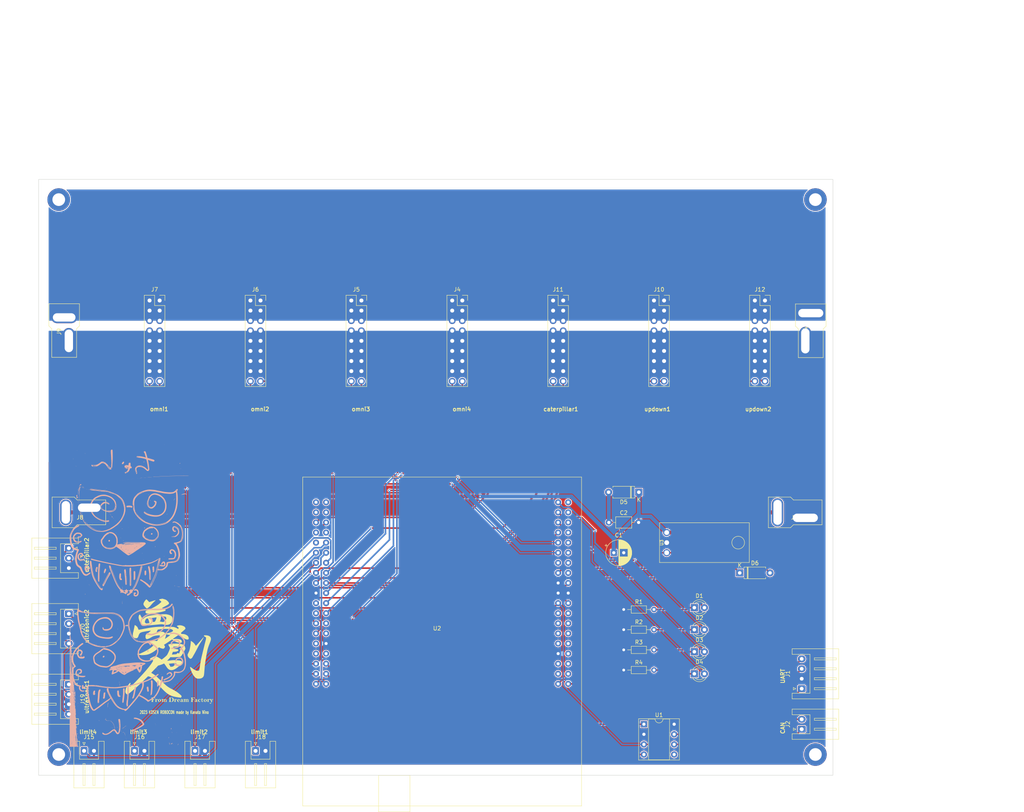
<source format=kicad_pcb>
(kicad_pcb (version 20221018) (generator pcbnew)
  (layers (0 "F.Cu" signal) (31 "B.Cu" signal) (34 "B.Paste" user) (35 "F.Paste" user) (36 "B.SilkS" user "B.Silkscreen") (37 "F.SilkS" user "F.Silkscreen") (38 "B.Mask" user) (39 "F.Mask" user) (44 "Edge.Cuts" user))
  (net 0 "")
  (net 1 "GND")
  (net 2 "Net-(D2-K)")
  (net 3 "Net-(D1-K)")
  (net 4 "Net-(D3-K)")
  (net 5 "Net-(D4-K)")
  (net 6 "+BATT")
  (net 7 "5vin")
  (net 8 "CAN_TD")
  (net 10 "CAN_L")
  (net 11 "5vOut")
  (net 12 "CAN_H")
  (net 13 "CAN_RD")
  (net 14 "serial_TX")
  (net 15 "serial_RX")
  (net 28 "3vOut")
  (net 29 "Caterpillar2_D")
  (net 30 "Caterpillar2_P")
  (net 35 "Omni2_D")
  (net 37 "Omni3_D")
  (net 39 "LED1")
  (net 41 "LED2")
  (net 43 "LED3")
  (net 45 "LED4")
  (net 46 "Omni2_P")
  (net 47 "Omni3_P")
  (net 48 "Omni1_P")
  (net 49 "Omni1_D")
  (net 54 "Sonic2_trigger")
  (net 56 "Sonic2_echo")
  (net 57 "Omni4_D")
  (net 59 "Caterpillar1_P")
  (net 61 "Omni4_P")
  (net 62 "Updown2_P")
  (net 63 "Updown2_D")
  (net 64 "Updown1_P")
  (net 65 "Updown1_D")
  (net 66 "Sonic1_trigger")
  (net 67 "Limit1")
  (net 68 "Limit4")
  (net 69 "Limit2")
  (net 70 "Limit3")
  (net 74 "Sonic1_echo")
  (net 75 "Caterpillar1_D")
  (net 80 "4cell")
  (net 81 "Net-(D6-A1)")
  (footprint "Capacitor_THT:C_Axial_L3.8mm_D2.6mm_P7.50mm_Horizontal" (layer "F.Cu") (at 161.35 101.6)
    (fp_text reference "C2")
    (fp_text value "C")
  )
  (footprint "Package_DIP:DIP-8_W7.62mm_Socket" (layer "F.Cu") (at 170.18 152.4)
    (fp_text reference "U1")
    (fp_text value "MCP2561-E-MF")
  )
  (footprint "LED_THT:LED_D3.0mm" (layer "F.Cu") (at 182.88 139.7)
    (fp_text reference "D4")
    (fp_text value "LED")
  )
  (footprint "MountingHole:MountingHole_3.2mm_M3_ISO7380_Pad" (layer "F.Cu") (at 22.86 20.32)
    (fp_text reference "REF**" hide)
    (fp_text value "MountingHole_3.2mm_M3_ISO7380_Pad")
  )
  (footprint "Connector_JST:JST_XH_S4B-XH-A_1x04_P2.50mm_Horizontal" (layer "F.Cu") (at 25.4 142.36 -90)
    (fp_text reference "J19")
    (fp_text value "Conn_01x04_Male")
  )
  (footprint "Connector_JST:JST_XH_S2B-XH-A_1x02_P2.50mm_Horizontal" (layer "F.Cu") (at 209.91 153.65 90)
    (fp_text reference "J2")
    (fp_text value "Conn_01x02_Male")
  )
  (footprint "Regulator:NJM7805FA" (layer "F.Cu") (at 175.92 104.14 90)
    (fp_text reference "U3")
    (fp_text value "L7805")
  )
  (footprint "Connector_PinSocket_2.54mm:PinSocket_2x09_P2.54mm_Vertical" (layer "F.Cu") (at 200.66 45.72)
    (fp_text reference "J12")
    (fp_text value "Conn_02x09_Odd_Even")
  )
  (footprint "Resistor_THT:R_Axial_DIN0204_L3.6mm_D1.6mm_P7.62mm_Horizontal" (layer "F.Cu") (at 165.1 128.6)
    (fp_text reference "R2")
    (fp_text value "R")
  )
  (footprint "Connector_PinSocket_2.54mm:PinSocket_2x09_P2.54mm_Vertical" (layer "F.Cu") (at 48.26 45.72)
    (fp_text reference "J7")
    (fp_text value "Conn_02x09_Odd_Even")
  )
  (footprint "Connector_PinSocket_2.54mm:PinSocket_2x09_P2.54mm_Vertical" (layer "F.Cu") (at 73.66 45.72)
    (fp_text reference "J6")
    (fp_text value "Conn_02x09_Odd_Even")
  )
  (footprint "Connector_JST:JST_XH_S4B-XH-A_1x04_P2.50mm_Horizontal" (layer "F.Cu") (at 25.4 124.58 -90)
    (fp_text reference "J20")
    (fp_text value "Conn_01x04_Male")
  )
  (footprint "MountingHole:MountingHole_3.2mm_M3_ISO7380_Pad" (layer "F.Cu") (at 213.36 20.32)
    (fp_text reference "REF**" hide)
    (fp_text value "MountingHole_3.2mm_M3_ISO7380_Pad")
  )
  (footprint "Resistor_THT:R_Axial_DIN0204_L3.6mm_D1.6mm_P7.62mm_Horizontal" (layer "F.Cu") (at 165.1 123.52)
    (fp_text reference "R1")
    (fp_text value "R")
  )
  (footprint "Connector_JST:JST_XH_S3B-XH-A_1x03_P2.50mm_Horizontal" (layer "F.Cu") (at 25.4 108.09 -90)
    (fp_text reference "J3")
    (fp_text value "Conn_01x03_Male")
  )
  (footprint "Resistor_THT:R_Axial_DIN0204_L3.6mm_D1.6mm_P7.62mm_Horizontal" (layer "F.Cu") (at 165.1 138.76)
    (fp_text reference "R4")
    (fp_text value "R")
  )
  (footprint "Connector_JST:JST_XH_S4B-XH-A_1x04_P2.50mm_Horizontal" (layer "F.Cu") (at 209.91 143.45 90)
    (fp_text reference "J1")
    (fp_text value "Conn_01x04_Pin")
  )
  (footprint "LED_THT:LED_D3.0mm" (layer "F.Cu") (at 182.88 123.05)
    (fp_text reference "D1")
    (fp_text value "LED")
  )
  (footprint "Connector_T:Connector_T_Male" (layer "F.Cu") (at 23.14 99.06)
    (fp_text reference "J8")
    (fp_text value "Conn_01x02_Male")
  )
  (footprint "Diode_THT:D_A-405_P7.62mm_Horizontal" (layer "F.Cu") (at 194.31 114.3)
    (fp_text reference "D6")
    (fp_text value "1.5KExxA")
  )
  (footprint "Resistor_THT:R_Axial_DIN0204_L3.6mm_D1.6mm_P7.62mm_Horizontal" (layer "F.Cu") (at 165.1 133.68)
    (fp_text reference "R3")
    (fp_text value "R")
  )
  (footprint "Connector_JST:JST_XH_S2B-XH-A_1x02_P2.50mm_Horizontal" (layer "F.Cu") (at 57.17 159.11)
    (fp_text reference "J17")
    (fp_text value "Connector_Conn_01x02_Male")
  )
  (footprint "MountingHole:MountingHole_3.2mm_M3_ISO7380_Pad" (layer "F.Cu") (at 22.86 160.02)
    (fp_text reference "REF**" hide)
    (fp_text value "MountingHole_3.2mm_M3_ISO7380_Pad")
  )
  (footprint "Connector_T:Connector_T_Female" (layer "F.Cu") (at 212.195 48.54 -90)
    (fp_text reference "J14")
    (fp_text value "Conn_01x02_Female")
  )
  (footprint "Connector_PinSocket_2.54mm:PinSocket_2x09_P2.54mm_Vertical" (layer "F.Cu") (at 99.06 45.72)
    (fp_text reference "J5")
    (fp_text value "Conn_02x09_Odd_Even")
  )
  (footprint "Connector_JST:JST_XH_S2B-XH-A_1x02_P2.50mm_Horizontal" (layer "F.Cu") (at 41.93 159.11)
    (fp_text reference "J16")
    (fp_text value "Connector_Conn_01x02_Male")
  )
  (footprint "Musojin_logo:musojin_logo50x28" (layer "F.Cu") (at 48.26 134.62)
    (fp_text reference "G***" hide)
    (fp_text value "LOGO" hide)
  )
  (footprint "LED_THT:LED_D3.0mm" (layer "F.Cu") (at 182.88 134.15)
    (fp_text reference "D3")
    (fp_text value "LED")
  )
  (footprint "LED_THT:LED_D3.0mm" (layer "F.Cu") (at 182.88 128.6)
    (fp_text reference "D2")
    (fp_text value "LED")
  )
  (footprint "Connector_JST:JST_XH_S2B-XH-A_1x02_P2.50mm_Horizontal" (layer "F.Cu") (at 29.23 159.11)
    (fp_text reference "J15")
    (fp_text value "Connector_Conn_01x02_Male")
  )
  (footprint "Connector_PinSocket_2.54mm:PinSocket_2x09_P2.54mm_Vertical" (layer "F.Cu") (at 175.26 45.72)
    (fp_text reference "J10")
    (fp_text value "Conn_02x09_Odd_Even")
  )
  (footprint "Connector_PinSocket_2.54mm:PinSocket_2x09_P2.54mm_Vertical" (layer "F.Cu") (at 124.46 45.72)
    (fp_text reference "J4")
    (fp_text value "Conn_02x09_Odd_Even")
  )
  (footprint "Capacitor_THT:CP_Radial_D6.3mm_P2.50mm" (layer "F.Cu") (at 162.6 109.22)
    (fp_text reference "C1")
    (fp_text value "CP1")
  )
  (footprint "Connector_T:Connector_T_Male" (layer "F.Cu") (at 24.225 48.48 -90)
    (fp_text reference "J9")
    (fp_text value "Conn_01x02_Male")
  )
  (footprint "NUCLEO_f446:Nucleof446re" (layer "F.Cu") (at 151.13 96.52 180)
    (fp_text reference "U2")
    (fp_text value "Nucleo_f446RE")
  )
  (footprint "Diode_THT:D_A-405_P7.62mm_Horizontal" (layer "F.Cu") (at 168.91 93.98 180)
    (fp_text reference "D5")
    (fp_text value "1.5KExxA")
  )
  (footprint "Connector_PinSocket_2.54mm:PinSocket_2x09_P2.54mm_Vertical" (layer "F.Cu") (at 149.86 45.72)
    (fp_text reference "J11")
    (fp_text value "Conn_02x09_Odd_Even")
  )
  (footprint "MountingHole:MountingHole_3.2mm_M3_ISO7380_Pad" (layer "F.Cu") (at 213.36 160.02)
    (fp_text reference "REF**" hide)
    (fp_text value "MountingHole_3.2mm_M3_ISO7380_Pad")
  )
  (footprint "Connector_T:Connector_T_Female" (layer "F.Cu") (at 203.48 99.06)
    (fp_text reference "J13")
    (fp_text value "Conn_01x02_Female")
  )
  (footprint "Connector_JST:JST_XH_S2B-XH-A_1x02_P2.50mm_Horizontal" (layer "F.Cu") (at 72.41 159.11)
    (fp_text reference "J18")
    (fp_text value "Connector_Conn_01x02_Male")
  )
  (footprint "Musojin_logo:sisa_30x77" (layer "B.Cu") (at 40.64 119.38 180)
    (fp_text reference "G***")
    (fp_text value "LOGO" hide)
  )
  (gr_rect (start 17.78 15.24) (end 217.78 165.24) (stroke (width 0.1)) (fill none) (layer "Edge.Cuts"))
  (gr_text "omni3" (at 96.52 73.66) (layer "F.SilkS") (effects (font (size 1 1) (thickness 0.2) bold) (justify left bottom)))
  (gr_text "updown1" (at 170.18 73.66) (layer "F.SilkS") (effects (font (size 1 1) (thickness 0.2) bold) (justify left bottom)))
  (gr_text "UART" (at 205.74 142.24 90) (layer "F.SilkS") (effects (font (size 1 1) (thickness 0.2) bold) (justify left bottom)))
  (gr_text "caterpillar1" (at 144.78 73.66) (layer "F.SilkS") (effects (font (size 1 1) (thickness 0.2) bold) (justify left bottom)))
  (gr_text "CAN" (at 205.74 154.94 90) (layer "F.SilkS") (effects (font (size 1 1) (thickness 0.2) bold) (justify left bottom)))
  (gr_text "limit3" (at 40.64 154.94) (layer "F.SilkS") (effects (font (size 1 1) (thickness 0.2) bold) (justify left bottom)))
  (gr_text "omni4" (at 121.92 73.66) (layer "F.SilkS") (effects (font (size 1 1) (thickness 0.2) bold) (justify left bottom)))
  (gr_text "updown2" (at 195.58 73.66) (layer "F.SilkS") (effects (font (size 1 1) (thickness 0.2) bold) (justify left bottom)))
  (gr_text "ultrasonic2" (at 30.48 132.08 90) (layer "F.SilkS") (effects (font (size 1 1) (thickness 0.2) bold) (justify left bottom)))
  (gr_text "omni2" (at 71.12 73.66) (layer "F.SilkS") (effects (font (size 1 1) (thickness 0.2) bold) (justify left bottom)))
  (gr_text "omni1" (at 45.72 73.66) (layer "F.SilkS") (effects (font (size 1 1) (thickness 0.2) bold) (justify left bottom)))
  (gr_text "2023 KOSEN ROBOCON made by Kanato Nino" (at 43.18 149.86) (layer "F.SilkS") (effects (font (size 0.8 0.5) (thickness 0.125)) (justify left bottom)))
  (gr_text "caterpillar2" (at 30.48 114.3 90) (layer "F.SilkS") (effects (font (size 1 1) (thickness 0.2) bold) (justify left bottom)))
  (gr_text "limit4" (at 27.94 154.94) (layer "F.SilkS") (effects (font (size 1 1) (thickness 0.2) bold) (justify left bottom)))
  (gr_text "ultrasonic1" (at 30.48 149.86 90) (layer "F.SilkS") (effects (font (size 1 1) (thickness 0.2) bold) (justify left bottom)))
  (gr_text "limit1" (at 71.12 154.94) (layer "F.SilkS") (effects (font (size 1 1) (thickness 0.2) bold) (justify left bottom)))
  (gr_text "limit2" (at 55.88 154.94) (layer "F.SilkS") (effects (font (size 1 1) (thickness 0.2) bold) (justify left bottom)))
  (segment (start 165.1 138.76) (end 165.1 133.68) (width 1) (layer "F.Cu") (net 1))
  (segment (start 174.2203 152.4) (end 177.8 152.4) (width 1) (layer "F.Cu") (net 1))
  (segment (start 44.3838 160.8565) (end 44.43 160.8103) (width 1) (layer "F.Cu") (net 1))
  (segment (start 74.91 159.11) (end 74.91 160.8103) (width 1) (layer "F.Cu") (net 1))
  (segment (start 59.67 159.11) (end 61.2203 159.11) (width 1) (layer "F.Cu") (net 1))
  (segment (start 59.67 159.11) (end 59.67 160.8103) (width 1) (layer "F.Cu") (net 1))
  (segment (start 44.5135 160.8938) (end 59.5865 160.8938) (width 1) (layer "F.Cu") (net 1))
  (segment (start 209.91 140.95) (end 209.6156 140.95) (width 1) (layer "F.Cu") (net 1))
  (segment (start 44.43 160.8103) (end 44.5135 160.8938) (width 1) (layer "F.Cu") (net 1))
  (segment (start 63.0151 160.9048) (end 61.2203 159.11) (width 1) (layer "F.Cu") (net 1))
  (segment (start 74.8155 160.9048) (end 63.0151 160.9048) (width 1) (layer "F.Cu") (net 1))
  (segment (start 44.43 159.11) (end 44.43 160.5106) (width 1) (layer "F.Cu") (net 1))
  (segment (start 198.1656 152.4) (end 177.8 152.4) (width 1) (layer "F.Cu") (net 1))
  (segment (start 74.91 160.8103) (end 74.8155 160.9048) (width 1) (layer "F.Cu") (net 1))
  (segment (start 31.73 159.11) (end 33.2803 159.11) (width 1) (layer "F.Cu") (net 1))
  (segment (start 170.18 154.94) (end 171.6803 154.94) (width 1) (layer "F.Cu") (net 1))
  (segment (start 209.6156 140.95) (end 198.1656 152.4) (width 1) (layer "F.Cu") (net 1))
  (segment (start 44.43 160.5106) (end 44.43 160.8103) (width 1) (layer "F.Cu") (net 1))
  (segment (start 171.6803 154.94) (end 174.2203 152.4) (width 1) (layer "F.Cu") (net 1))
  (segment (start 35.0268 160.8565) (end 44.3838 160.8565) (width 1) (layer "F.Cu") (net 1))
  (segment (start 59.5865 160.8938) (end 59.67 160.8103) (width 1) (layer "F.Cu") (net 1))
  (segment (start 33.2803 159.11) (end 35.0268 160.8565) (width 1) (layer "F.Cu") (net 1))
  (segment (start 210.83 102.5853) (end 206.7353 106.68) (width 1) (layer "B.Cu") (net 1))
  (segment (start 211.6054 103.3607) (end 211.6054 139.2546) (width 1) (layer "B.Cu") (net 1))
  (segment (start 147.1002 133.444) (end 91.8372 133.444) (width 1) (layer "B.Cu") (net 1))
  (segment (start 27.0764 127.9036) (end 27.0764 116.3167) (width 1) (layer "B.Cu") (net 1))
  (segment (start 147.414 133.444) (end 147.1002 133.444) (width 1) (layer "B.Cu") (net 1))
  (segment (start 151.13 119.38) (end 160.96 119.38) (width 1) (layer "B.Cu") (net 1))
  (segment (start 31.73 153.69) (end 25.4 147.36) (width 1) (layer "B.Cu") (net 1))
  (segment (start 30.54 97.885) (end 30.54 107.95) (width 1) (layer "B.Cu") (net 1))
  (segment (start 148.59 134.62) (end 147.414 133.444) (width 1) (layer "B.Cu") (net 1))
  (segment (start 74.91 154.9618) (end 74.91 159.11) (width 1) (layer "B.Cu") (net 1))
  (segment (start 91.6856 142.8441) (end 90.7973 143.7324) (width 1) (layer "B.Cu") (net 1))
  (segment (start 211.6054 139.2546) (end 209.91 140.95) (width 1) (layer "B.Cu") (net 1))
  (segment (start 170.18 154.94) (end 168.6797 154.94) (width 1) (layer "B.Cu") (net 1))
  (segment (start 175.92 106.68) (end 170.06 106.68) (width 1) (layer "B.Cu") (net 1))
  (segment (start 210.83 100.435) (end 210.83 102.5853) (width 1) (layer "B.Cu") (net 1))
  (segment (start 90.7973 143.7324) (end 86.1394 143.7324) (width 1) (layer "B.Cu") (net 1))
  (segment (start 90.17 132.08) (end 91.6856 133.5956) (width 1) (layer "B.Cu") (net 1))
  (segment (start 148.59 116.84) (end 148.59 119.38) (width 1) (layer "B.Cu") (net 1))
  (segment (start 86.1394 120.8706) (end 86.1394 143.7324) (width 1) (layer "B.Cu") (net 1))
  (segment (start 165.1 128.6) (end 165.1 133.68) (width 1) (layer "B.Cu") (net 1))
  (segment (start 25.4 129.58) (end 27.0941 131.2741) (width 1) (layer "B.Cu") (net 1))
  (segment (start 206.7353 106.68) (end 175.92 106.68) (width 1) (layer "B.Cu") (net 1))
  (segment (start 170.06 106.68) (end 168.85 105.47) (width 1) (layer "B.Cu") (net 1))
  (segment (start 168.85 105.47) (end 168.85 101.6) (width 1) (layer "B.Cu") (net 1))
  (segment (start 87.63 119.38) (end 86.1394 120.8706) (width 1) (layer "B.Cu") (net 1))
  (segment (start 25.4 129.58) (end 27.0764 127.9036) (width 1) (layer "B.Cu") (net 1))
  (segment (start 165.1 123.52) (end 165.1 128.6) (width 1) (layer "B.Cu") (net 1))
  (segment (start 30.54 107.95) (end 25.4 113.09) (width 1) (layer "B.Cu") (net 1))
  (segment (start 25.4 113.09) (end 25.4 114.6403) (width 1) (layer "B.Cu") (net 1))
  (segment (start 27.0764 116.3167) (end 25.4 114.6403) (width 1) (layer "B.Cu") (net 1))
  (segment (start 27.0941 131.2741) (end 27.0941 145.6659) (width 1) (layer "B.Cu") (net 1))
  (segment (start 31.73 159.11) (end 31.73 154.94) (width 1) (layer "B.Cu") (net 1))
  (segment (start 91.6856 133.5956) (end 91.6856 142.8441) (width 1) (layer "B.Cu") (net 1))
  (segment (start 148.59 119.38) (end 151.13 119.38) (width 1) (layer "B.Cu") (net 1))
  (segment (start 86.1394 143.7324) (end 74.91 154.9618) (width 1) (layer "B.Cu") (net 1))
  (segment (start 210.83 102.5853) (end 211.6054 103.3607) (width 1) (layer "B.Cu") (net 1))
  (segment (start 91.8372 133.444) (end 91.6856 133.5956) (width 1) (layer "B.Cu") (net 1))
  (segment (start 147.1002 120.8698) (end 148.59 119.38) (width 1) (layer "B.Cu") (net 1))
  (segment (start 165.1 138.76) (end 165.1 151.3603) (width 1) (layer "B.Cu") (net 1))
  (segment (start 27.0941 145.6659) (end 25.4 147.36) (width 1) (layer "B.Cu") (net 1))
  (segment (start 160.96 119.38) (end 165.1 123.52) (width 1) (layer "B.Cu") (net 1))
  (segment (start 165.1 151.3603) (end 168.6797 154.94) (width 1) (layer "B.Cu") (net 1))
  (segment (start 147.1002 133.444) (end 147.1002 120.8698) (width 1) (layer "B.Cu") (net 1))
  (segment (start 165.1 109.22) (end 168.85 105.47) (width 1) (layer "B.Cu") (net 1))
  (segment (start 31.73 154.94) (end 31.73 153.69) (width 1) (layer "B.Cu") (net 1))
  (segment (start 172.72 128.6) (end 182.88 128.6) (width 0.4) (layer "F.Cu") (net 2))
  (segment (start 182.88 123.05) (end 181.5797 123.05) (width 0.4) (layer "F.Cu") (net 3))
  (segment (start 172.72 123.52) (end 181.1097 123.52) (width 0.4) (layer "F.Cu") (net 3))
  (segment (start 181.1097 123.52) (end 181.5797 123.05) (width 0.4) (layer "F.Cu") (net 3))
  (segment (start 182.88 134.15) (end 181.5797 134.15) (width 0.4) (layer "F.Cu") (net 4))
  (segment (start 172.72 133.68) (end 181.1097 133.68) (width 0.4) (layer "F.Cu") (net 4))
  (segment (start 181.1097 133.68) (end 181.5797 134.15) (width 0.4) (layer "F.Cu") (net 4))
  (segment (start 182.88 139.7) (end 181.5797 139.7) (width 0.4) (layer "F.Cu") (net 5))
  (segment (start 172.72 138.76) (end 180.6397 138.76) (width 0.4) (layer "F.Cu") (net 5))
  (segment (start 180.6397 138.76) (end 181.5797 139.7) (width 0.4) (layer "F.Cu") (net 5))
  (segment (start 196.5997 104.14) (end 201.6797 99.06) (width 1) (layer "F.Cu") (net 6))
  (segment (start 26.7903 99.06) (end 27.8013 100.071) (width 1) (layer "F.Cu") (net 6))
  (segment (start 86.918 95.0421) (end 128.9512 95.0421) (width 1) (layer "F.Cu") (net 6))
  (segment (start 27.8013 100.071) (end 81.8891 100.071) (width 1) (layer "F.Cu") (net 6))
  (segment (start 175.92 104.14) (end 196.5997 104.14) (width 1) (layer "F.Cu") (net 6))
  (segment (start 24.64 99.06) (end 26.7903 99.06) (width 1) (layer "F.Cu") (net 6))
  (segment (start 81.8891 100.071) (end 86.918 95.0421) (width 1) (layer "F.Cu") (net 6))
  (segment (start 203.83 99.06) (end 201.6797 99.06) (width 1) (layer "F.Cu") (net 6))
  (via (at 128.9512 95.0421) (size 0.6) (drill 0.3) (layers "F.Cu" "B.Cu") (net 6))
  (segment (start 168.2235 100.0934) (end 171.8734 100.0934) (width 1) (layer "B.Cu") (net 6))
  (segment (start 151.9252 95.0421) (end 128.9512 95.0421) (width 1) (layer "B.Cu") (net 6))
  (segment (start 162.6 105.7169) (end 168.2235 100.0934) (width 1) (layer "B.Cu") (net 6))
  (segment (start 162.6 109.22) (end 162.6 105.7169) (width 1) (layer "B.Cu") (net 6))
  (segment (start 168.2235 100.0934) (end 168.91 99.4069) (width 1) (layer "B.Cu") (net 6))
  (segment (start 162.6 105.7169) (end 151.9252 95.0421) (width 1) (layer "B.Cu") (net 6))
  (segment (start 171.8734 100.0934) (end 175.92 104.14) (width 1) (layer "B.Cu") (net 6))
  (segment (start 168.91 99.4069) (end 168.91 93.98) (width 1) (layer "B.Cu") (net 6))
  (segment (start 175.92 109.22) (end 196.85 109.22) (width 0.4) (layer "F.Cu") (net 7))
  (segment (start 167.64 108.2301) (end 167.64 106.68) (width 0.4) (layer "F.Cu") (net 7))
  (segment (start 168.6299 109.22) (end 167.64 108.2301) (width 0.4) (layer "F.Cu") (net 7))
  (segment (start 196.85 109.22) (end 201.93 114.3) (width 0.4) (layer "F.Cu") (net 7))
  (segment (start 167.64 106.68) (end 162.56 101.6) (width 0.4) (layer "F.Cu") (net 7))
  (segment (start 168.6299 109.22) (end 175.92 109.22) (width 0.4) (layer "F.Cu") (net 7))
  (segment (start 162.56 101.6) (end 161.35 101.6) (width 0.4) (layer "F.Cu") (net 7))
  (segment (start 161.35 101.6) (end 161.35 94.04) (width 1) (layer "B.Cu") (net 7))
  (segment (start 161.35 94.04) (end 161.29 93.98) (width 0.2) (layer "B.Cu") (net 7))
  (segment (start 105.41 152.4) (end 90.17 137.16) (width 0.4) (layer "F.Cu") (net 8))
  (segment (start 170.18 152.4) (end 105.41 152.4) (width 0.4) (layer "F.Cu") (net 8))
  (segment (start 177.8 157.48) (end 203.2 157.48) (width 0.4) (layer "F.Cu") (net 10))
  (segment (start 208.62 154.94) (end 209.91 153.65) (width 0.4) (layer "F.Cu") (net 10))
  (segment (start 203.2 157.48) (end 205.74 154.94) (width 0.4) (layer "F.Cu") (net 10))
  (segment (start 205.74 154.94) (end 208.62 154.94) (width 0.4) (layer "F.Cu") (net 10))
  (segment (start 24.5867 123.1182) (end 23.9748 123.7301) (width 0.4) (layer "F.Cu") (net 11))
  (segment (start 148.59 121.92) (end 147.3918 123.1182) (width 0.4) (layer "F.Cu") (net 11))
  (segment (start 23.9748 123.7301) (end 23.9748 130.6548) (width 0.4) (layer "F.Cu") (net 11))
  (segment (start 175.1903 153.67) (end 171.3803 157.48) (width 0.4) (layer "F.Cu") (net 11))
  (segment (start 209.91 143.45) (end 199.69 153.67) (width 0.4) (layer "F.Cu") (net 11))
  (segment (start 199.69 153.67) (end 175.1903 153.67) (width 0.4) (layer "F.Cu") (net 11))
  (segment (start 23.9748 130.6548) (end 25.4 132.08) (width 0.4) (layer "F.Cu") (net 11))
  (segment (start 170.18 157.48) (end 171.3803 157.48) (width 0.4) (layer "F.Cu") (net 11))
  (segment (start 147.3918 123.1182) (end 24.5867 123.1182) (width 0.4) (layer "F.Cu") (net 11))
  (segment (start 25.4 133.3303) (end 23.991 134.7393) (width 0.4) (layer "B.Cu") (net 11))
  (segment (start 149.86 142.6371) (end 164.7029 157.48) (width 0.4) (layer "B.Cu") (net 11))
  (segment (start 164.7029 157.48) (end 170.18 157.48) (width 0.4) (layer "B.Cu") (net 11))
  (segment (start 23.991 134.7393) (end 23.991 148.451) (width 0.4) (layer "B.Cu") (net 11))
  (segment (start 25.4 132.08) (end 25.4 133.3303) (width 0.4) (layer "B.Cu") (net 11))
  (segment (start 149.86 123.19) (end 149.86 142.6371) (width 0.4) (layer "B.Cu") (net 11))
  (segment (start 148.59 121.92) (end 149.86 123.19) (width 0.4) (layer "B.Cu") (net 11))
  (segment (start 23.991 148.451) (end 25.4 149.86) (width 0.4) (layer "B.Cu") (net 11))
  (segment (start 200.66 154.94) (end 204.45 151.15) (width 0.4) (layer "F.Cu") (net 12))
  (segment (start 177.8 154.94) (end 200.66 154.94) (width 0.4) (layer "F.Cu") (net 12))
  (segment (start 204.45 151.15) (end 209.91 151.15) (width 0.4) (layer "F.Cu") (net 12))
  (segment (start 110.49 160.02) (end 170.18 160.02) (width 0.4) (layer "F.Cu") (net 13))
  (segment (start 90.17 139.7) (end 110.49 160.02) (width 0.4) (layer "F.Cu") (net 13))
  (segment (start 151.13 142.24) (end 206.12 142.24) (width 0.4) (layer "F.Cu") (net 14))
  (segment (start 206.12 142.24) (end 209.91 138.45) (width 0.4) (layer "F.Cu") (net 14))
  (segment (start 148.59 142.24) (end 149.7805 141.0495) (width 0.4) (layer "F.Cu") (net 15))
  (segment (start 204.8105 141.0495) (end 209.91 135.95) (width 0.4) (layer "F.Cu") (net 15))
  (segment (start 149.7805 141.0495) (end 204.8105 141.0495) (width 0.4) (layer "F.Cu") (net 15))
  (segment (start 23.991 109.499) (end 25.4 108.09) (width 0.4) (layer "F.Cu") (net 29))
  (segment (start 23.991 113.5769) (end 23.991 109.499) (width 0.4) (layer "F.Cu") (net 29))
  (segment (start 30.9785 120.5644) (end 23.991 113.5769) (width 0.4) (layer "F.Cu") (net 29))
  (segment (start 151.13 121.92) (end 149.7744 120.5644) (width 0.4) (layer "F.Cu") (net 29))
  (segment (start 149.7744 120.5644) (end 30.9785 120.5644) (width 0.4) (layer "F.Cu") (net 29))
  (segment (start 32.8406 118.0306) (end 25.4 110.59) (width 0.4) (layer "F.Cu") (net 30))
  (segment (start 149.9394 118.0306) (end 32.8406 118.0306) (width 0.4) (layer "F.Cu") (net 30))
  (segment (start 151.13 116.84) (end 149.9394 118.0306) (width 0.4) (layer "F.Cu") (net 30))
  (segment (start 100.7697 91.8994) (end 74.9103 66.04) (width 0.4) (layer "F.Cu") (net 35))
  (segment (start 73.66 66.04) (end 74.9103 66.04) (width 0.4) (layer "F.Cu") (net 35))
  (segment (start 121.72 91.8994) (end 100.7697 91.8994) (width 0.4) (layer "F.Cu") (net 35))
  (via (at 121.72 91.8994) (size 0.6) (drill 0.3) (layers "F.Cu" "B.Cu") (net 35))
  (segment (start 148.59 109.22) (end 139.0406 109.22) (width 0.4) (layer "B.Cu") (net 35))
  (segment (start 139.0406 109.22) (end 121.72 91.8994) (width 0.4) (layer "B.Cu") (net 35))
  (segment (start 107.9088 90.2079) (end 99.06 81.3591) (width 0.4) (layer "F.Cu") (net 37))
  (segment (start 123.3191 90.2079) (end 107.9088 90.2079) (width 0.4) (layer "F.Cu") (net 37))
  (segment (start 99.06 66.04) (end 99.06 67.2903) (width 0.4) (layer "F.Cu") (net 37))
  (segment (start 99.06 81.3591) (end 99.06 67.2903) (width 0.4) (layer "F.Cu") (net 37))
  (via (at 123.3191 90.2079) (size 0.6) (drill 0.3) (layers "F.Cu" "B.Cu") (net 37))
  (segment (start 123.3191 90.2079) (end 123.3191 90.6895) (width 0.4) (layer "B.Cu") (net 37))
  (segment (start 139.3096 106.68) (end 148.59 106.68) (width 0.4) (layer "B.Cu") (net 37))
  (segment (start 123.3191 90.6895) (end 139.3096 106.68) (width 0.4) (layer "B.Cu") (net 37))
  (segment (start 177.94 115.57) (end 185.42 123.05) (width 0.4) (layer "F.Cu") (net 39))
  (segment (start 147.4258 105.3042) (end 147.4258 114.8428) (width 0.4) (layer "F.Cu") (net 39))
  (segment (start 148.153 115.57) (end 177.94 115.57) (width 0.4) (layer "F.Cu") (net 39))
  (segment (start 148.59 104.14) (end 147.4258 105.3042) (width 0.4) (layer "F.Cu") (net 39))
  (segment (start 147.4258 114.8428) (end 148.153 115.57) (width 0.4) (layer "F.Cu") (net 39))
  (segment (start 159.7946 111.0922) (end 167.9122 111.0922) (width 0.4) (layer "F.Cu") (net 41))
  (segment (start 151.5724 102.87) (end 159.7946 111.0922) (width 0.4) (layer "F.Cu") (net 41))
  (segment (start 149.86 102.87) (end 151.5724 102.87) (width 0.4) (layer "F.Cu") (net 41))
  (segment (start 148.59 101.6) (end 149.86 102.87) (width 0.4) (layer "F.Cu") (net 41))
  (via (at 167.9122 111.0922) (size 0.6) (drill 0.3) (layers "F.Cu" "B.Cu") (net 41))
  (segment (start 167.9122 111.0922) (end 185.42 128.6) (width 0.4) (layer "B.Cu") (net 41))
  (segment (start 148.59 99.06) (end 149.86 100.33) (width 0.4) (layer "F.Cu") (net 43))
  (segment (start 149.86 100.33) (end 154.541 100.33) (width 0.4) (layer "F.Cu") (net 43))
  (segment (start 154.541 100.33) (end 157.8771 103.6661) (width 0.4) (layer "F.Cu") (net 43))
  (via (at 157.8771 103.6661) (size 0.6) (drill 0.3) (layers "F.Cu" "B.Cu") (net 43))
  (segment (start 157.8771 106.7025) (end 185.3246 134.15) (width 0.4) (layer "B.Cu") (net 43))
  (segment (start 185.3246 134.15) (end 185.42 134.15) (width 0.4) (layer "B.Cu") (net 43))
  (segment (start 157.8771 103.6661) (end 157.8771 106.7025) (width 0.4) (layer "B.Cu") (net 43))
  (segment (start 149.86 97.79) (end 151.5323 97.79) (width 0.4) (layer "B.Cu") (net 45))
  (segment (start 157.1768 111.4568) (end 185.42 139.7) (width 0.4) (layer "B.Cu") (net 45))
  (segment (start 157.1768 103.4345) (end 157.1768 111.4568) (width 0.4) (layer "B.Cu") (net 45))
  (segment (start 151.5323 97.79) (end 157.1768 103.4345) (width 0.4) (layer "B.Cu") (net 45))
  (segment (start 148.59 96.52) (end 149.86 97.79) (width 0.4) (layer "B.Cu") (net 45))
  (segment (start 71.12 66.04) (end 71.12 68.6503) (width 0.4) (layer "F.Cu") (net 46))
  (segment (start 71.12 68.6503) (end 91.9357 89.466) (width 0.4) (layer "F.Cu") (net 46))
  (via (at 91.9357 89.466) (size 0.6) (drill 0.3) (layers "F.Cu" "B.Cu") (net 46))
  (segment (start 89.7404 113.03) (end 90.544 113.03) (width 0.4) (layer "B.Cu") (net 46))
  (segment (start 89.0019 141.0719) (end 89.0019 113.7685) (width 0.4) (layer "B.Cu") (net 46))
  (segment (start 91.9357 111.6383) (end 91.9357 89.466) (width 0.4) (layer "B.Cu") (net 46))
  (segment (start 90.17 142.24) (end 89.0019 141.0719) (width 0.4) (layer "B.Cu") (net 46))
  (segment (start 89.0019 113.7685) (end 89.7404 113.03) (width 0.4) (layer "B.Cu") (net 46))
  (segment (start 90.544 113.03) (end 91.9357 111.6383) (width 0.4) (layer "B.Cu") (net 46))
  (segment (start 89.0076 140.8624) (end 89.0076 136.5987) (width 0.4) (layer "F.Cu") (net 47))
  (segment (start 108.0082 91.1962) (end 96.52 79.708) (width 0.4) (layer "F.Cu") (net 47))
  (segment (start 90.6254 135.89) (end 96.8647 129.6507) (width 0.4) (layer "F.Cu") (net 47))
  (segment (start 96.8647 129.6507) (end 96.8647 125.5811) (width 0.4) (layer "F.Cu") (net 47))
  (segment (start 87.63 142.24) (end 89.0076 140.8624) (width 0.4) (layer "F.Cu") (net 47))
  (segment (start 96.52 79.708) (end 96.52 66.04) (width 0.4) (layer "F.Cu") (net 47))
  (segment (start 89.0076 136.5987) (end 89.7163 135.89) (width 0.4) (layer "F.Cu") (net 47))
  (segment (start 89.7163 135.89) (end 90.6254 135.89) (width 0.4) (layer "F.Cu") (net 47))
  (via (at 108.0082 91.1962) (size 0.6) (drill 0.3) (layers "F.Cu" "B.Cu") (net 47))
  (via (at 96.8647 125.5811) (size 0.6) (drill 0.3) (layers "F.Cu" "B.Cu") (net 47))
  (segment (start 108.0082 114.4376) (end 108.0082 91.1962) (width 0.4) (layer "B.Cu") (net 47))
  (segment (start 96.8647 125.5811) (end 108.0082 114.4376) (width 0.4) (layer "B.Cu") (net 47))
  (segment (start 55.0313 93.1331) (end 45.72 83.8218) (width 0.4) (layer "F.Cu") (net 48))
  (segment (start 45.72 83.8218) (end 45.72 66.04) (width 0.4) (layer "F.Cu") (net 48))
  (segment (start 87.63 139.7) (end 77.1102 139.7) (width 0.4) (layer "F.Cu") (net 48))
  (segment (start 77.1102 139.7) (end 66.0749 128.6647) (width 0.4) (layer "F.Cu") (net 48))
  (via (at 66.0749 128.6647) (size 0.6) (drill 0.3) (layers "F.Cu" "B.Cu") (net 48))
  (via (at 55.0313 93.1331) (size 0.6) (drill 0.3) (layers "F.Cu" "B.Cu") (net 48))
  (segment (start 55.0313 117.6211) (end 55.0313 93.1331) (width 0.4) (layer "B.Cu") (net 48))
  (segment (start 66.0749 128.6647) (end 55.0313 117.6211) (width 0.4) (layer "B.Cu") (net 48))
  (segment (start 76.0634 137.16) (end 87.63 137.16) (width 0.4) (layer "F.Cu") (net 49))
  (segment (start 48.26 71.2558) (end 66.4702 89.466) (width 0.4) (layer "F.Cu") (net 49))
  (segment (start 48.26 66.04) (end 48.26 71.2558) (width 0.4) (layer "F.Cu") (net 49))
  (segment (start 66.4702 127.5668) (end 76.0634 137.16) (width 0.4) (layer "F.Cu") (net 49))
  (via (at 66.4702 127.5668) (size 0.6) (drill 0.3) (layers "F.Cu" "B.Cu") (net 49))
  (via (at 66.4702 89.466) (size 0.6) (drill 0.3) (layers "F.Cu" "B.Cu") (net 49))
  (segment (start 66.4702 127.5668) (end 66.4702 89.466) (width 0.4) (layer "B.Cu") (net 49))
  (segment (start 88.8404 128.3296) (end 88.8404 126.5616) (width 0.4) (layer "F.Cu") (net 54))
  (segment (start 26.4858 125.6658) (end 25.4 124.58) (width 0.4) (layer "F.Cu") (net 54))
  (segment (start 87.63 129.54) (end 88.8404 128.3296) (width 0.4) (layer "F.Cu") (net 54))
  (segment (start 87.9446 125.6658) (end 26.4858 125.6658) (width 0.4) (layer "F.Cu") (net 54))
  (segment (start 88.8404 126.5616) (end 87.9446 125.6658) (width 0.4) (layer "F.Cu") (net 54))
  (segment (start 87.63 127) (end 86.8962 126.2662) (width 0.4) (layer "F.Cu") (net 56))
  (segment (start 25.4 127.08) (end 26.7753 127.08) (width 0.4) (layer "F.Cu") (net 56))
  (segment (start 27.5891 126.2662) (end 26.7753 127.08) (width 0.4) (layer "F.Cu") (net 56))
  (segment (start 86.8962 126.2662) (end 27.5891 126.2662) (width 0.4) (layer "F.Cu") (net 56))
  (segment (start 109.3115 89.466) (end 124.46 74.3175) (width 0.4) (layer "F.Cu") (net 57))
  (segment (start 124.46 74.3175) (end 124.46 66.04) (width 0.4) (layer "F.Cu") (net 57))
  (via (at 109.3115 89.466) (size 0.6) (drill 0.3) (layers "F.Cu" "B.Cu") (net 57))
  (segment (start 107.1281 107.5019) (end 90.17 124.46) (width 0.4) (layer "B.Cu") (net 57))
  (segment (start 108.2816 90.4959) (end 107.7182 90.4959) (width 0.4) (layer "B.Cu") (net 57))
  (segment (start 107.7182 90.4959) (end 107.1281 91.086) (width 0.4) (layer "B.Cu") (net 57))
  (segment (start 107.1281 91.086) (end 107.1281 107.5019) (width 0.4) (layer "B.Cu") (net 57))
  (segment (start 109.3115 89.466) (end 108.2816 90.4959) (width 0.4) (layer "B.Cu") (net 57))
  (segment (start 121.0757 93.5346) (end 147.32 67.2903) (width 0.4) (layer "F.Cu") (net 59))
  (segment (start 147.32 66.04) (end 147.32 67.2903) (width 0.4) (layer "F.Cu") (net 59))
  (segment (start 106.1247 93.5346) (end 121.0757 93.5346) (width 0.4) (layer "F.Cu") (net 59))
  (via (at 106.1247 93.5346) (size 0.6) (drill 0.3) (layers "F.Cu" "B.Cu") (net 59))
  (segment (start 106.1247 105.9653) (end 106.1247 93.5346) (width 0.4) (layer "B.Cu") (net 59))
  (segment (start 90.17 121.92) (end 106.1247 105.9653) (width 0.4) (layer "B.Cu") (net 59))
  (segment (start 108.146 81.0643) (end 108.146 89.4041) (width 0.4) (layer "F.Cu") (net 61))
  (segment (start 121.92 67.2903) (end 108.146 81.0643) (width 0.4) (layer "F.Cu") (net 61))
  (segment (start 121.92 66.04) (end 121.92 67.2903) (width 0.4) (layer "F.Cu") (net 61))
  (via (at 108.146 89.4041) (size 0.6) (drill 0.3) (layers "F.Cu" "B.Cu") (net 61))
  (segment (start 108.146 89.4041) (end 107.9611 89.4041) (width 0.4) (layer "B.Cu") (net 61))
  (segment (start 105.1212 104.4288) (end 90.17 119.38) (width 0.4) (layer "B.Cu") (net 61))
  (segment (start 107.9611 89.4041) (end 105.1212 92.244) (width 0.4) (layer "B.Cu") (net 61))
  (segment (start 105.1212 92.244) (end 105.1212 104.4288) (width 0.4) (layer "B.Cu") (net 61))
  (segment (start 163.9073 78.74) (end 177.8 78.74) (width 0.4) (layer "F.Cu") (net 62))
  (segment (start 177.8 78.74) (end 178.6967 77.8433) (width 0.4) (layer "F.Cu") (net 62))
  (segment (start 196.8697 66.04) (end 198.12 66.04) (width 0.4) (layer "F.Cu") (net 62))
  (segment (start 90.17 116.84) (end 125.8073 116.84) (width 0.4) (layer "F.Cu") (net 62))
  (segment (start 178.6967 77.8433) (end 185.0664 77.8433) (width 0.4) (layer "F.Cu") (net 62))
  (segment (start 185.0664 77.8433) (end 196.8697 66.04) (width 0.4) (layer "F.Cu") (net 62))
  (segment (start 125.8073 116.84) (end 163.9073 78.74) (width 0.4) (layer "F.Cu") (net 62))
  (segment (start 88.9 115.57) (end 125.8075 115.57) (width 0.4) (layer "F.Cu") (net 63))
  (segment (start 125.8075 115.57) (end 163.2375 78.14) (width 0.4) (layer "F.Cu") (net 63))
  (segment (start 87.63 116.84) (end 88.9 115.57) (width 0.4) (layer "F.Cu") (net 63))
  (segment (start 199.9278 66.04) (end 200.66 66.04) (width 0.4) (layer "F.Cu") (net 63))
  (segment (start 163.2375 78.14) (end 177.551472 78.14) (width 0.4) (layer "F.Cu") (net 63))
  (segment (start 198.6578 64.77) (end 199.9278 66.04) (width 0.4) (layer "F.Cu") (net 63))
  (segment (start 190.921472 64.77) (end 198.6578 64.77) (width 0.4) (layer "F.Cu") (net 63))
  (segment (start 177.551472 78.14) (end 190.921472 64.77) (width 0.4) (layer "F.Cu") (net 63))
  (segment (start 172.72 66.04) (end 171.4697 66.04) (width 0.4) (layer "F.Cu") (net 64))
  (segment (start 134.4976 103.0121) (end 171.4697 66.04) (width 0.4) (layer "F.Cu") (net 64))
  (segment (start 101.5572 103.0121) (end 134.4976 103.0121) (width 0.4) (layer "F.Cu") (net 64))
  (via (at 101.5572 103.0121) (size 0.6) (drill 0.3) (layers "F.Cu" "B.Cu") (net 64))
  (segment (start 90.2693 114.3) (end 101.5572 103.0121) (width 0.4) (layer "B.Cu") (net 64))
  (segment (start 90.17 114.3) (end 90.2693 114.3) (width 0.4) (layer "B.Cu") (net 64))
  (segment (start 127.4291 113.0993) (end 88.8307 113.0993) (width 0.4) (layer "F.Cu") (net 65))
  (segment (start 174.0097 66.5187) (end 127.4291 113.0993) (width 0.4) (layer "F.Cu") (net 65))
  (segment (start 174.0097 66.04) (end 174.0097 66.5187) (width 0.4) (layer "F.Cu") (net 65))
  (segment (start 175.26 66.04) (end 174.0097 66.04) (width 0.4) (layer "F.Cu") (net 65))
  (segment (start 88.8307 113.0993) (end 87.63 114.3) (width 0.4) (layer "F.Cu") (net 65))
  (segment (start 40.8935 126.8665) (end 67.0869 126.8665) (width 0.4) (layer "F.Cu") (net 66))
  (segment (start 25.4 142.36) (end 40.8935 126.8665) (width 0.4) (layer "F.Cu") (net 66))
  (segment (start 67.0869 126.8665) (end 67.2432 127.0228) (width 0.4) (layer "F.Cu") (net 66))
  (via (at 67.2432 127.0228) (size 0.6) (drill 0.3) (layers "F.Cu" "B.Cu") (net 66))
  (segment (start 90.7103 105.4929) (end 87.1004 105.4929) (width 0.4) (layer "B.Cu") (net 66))
  (segment (start 67.2432 125.3501) (end 67.2432 127.0228) (width 0.4) (layer "B.Cu") (net 66))
  (segment (start 87.1004 105.4929) (end 67.2432 125.3501) (width 0.4) (layer "B.Cu") (net 66))
  (segment (start 91.3354 106.118) (end 90.7103 105.4929) (width 0.4) (layer "B.Cu") (net 66))
  (segment (start 91.3354 110.5946) (end 91.3354 106.118) (width 0.4) (layer "B.Cu") (net 66))
  (segment (start 90.17 111.76) (end 91.3354 110.5946) (width 0.4) (layer "B.Cu") (net 66))
  (segment (start 86.1465 113.2435) (end 86.1465 114.4516) (width 0.4) (layer "F.Cu") (net 67))
  (segment (start 87.63 111.76) (end 86.1465 113.2435) (width 0.4) (layer "F.Cu") (net 67))
  (via (at 86.1465 114.4516) (size 0.6) (drill 0.3) (layers "F.Cu" "B.Cu") (net 67))
  (segment (start 86.1465 114.4516) (end 72.41 128.1881) (width 0.4) (layer "B.Cu") (net 67))
  (segment (start 72.41 128.1881) (end 72.41 159.11) (width 0.4) (layer "B.Cu") (net 67))
  (segment (start 88.8664 112.2304) (end 88.0668 113.03) (width 0.4) (layer "B.Cu") (net 68))
  (segment (start 90.17 109.22) (end 88.8664 110.5236) (width 0.4) (layer "B.Cu") (net 68))
  (segment (start 30.671 160.551) (end 29.23 159.11) (width 0.4) (layer "B.Cu") (net 68))
  (segment (start 86.5778 113.03) (end 62.3391 137.2687) (width 0.4) (layer "B.Cu") (net 68))
  (segment (start 88.0668 113.03) (end 86.5778 113.03) (width 0.4) (layer "B.Cu") (net 68))
  (segment (start 60.1596 160.551) (end 30.48 160.551) (width 0.4) (layer "B.Cu") (net 68))
  (segment (start 62.3391 137.2687) (end 62.3391 158.3715) (width 0.4) (layer "B.Cu") (net 68))
  (segment (start 88.8664 110.5236) (end 88.8664 112.2304) (width 0.4) (layer "B.Cu") (net 68))
  (segment (start 62.3391 158.3715) (end 60.1596 160.551) (width 0.4) (layer "B.Cu") (net 68))
  (segment (start 87.63 109.22) (end 57.17 139.68) (width 0.4) (layer "B.Cu") (net 69))
  (segment (start 57.17 139.68) (end 57.17 159.11) (width 0.4) (layer "B.Cu") (net 69))
  (segment (start 67.9435 127.1971) (end 87.1906 107.95) (width 0.4) (layer "B.Cu") (net 70))
  (segment (start 87.1906 107.95) (end 88.9 107.95) (width 0.4) (layer "B.Cu") (net 70))
  (segment (start 41.93 153.8) (end 67.9435 127.7865) (width 0.4) (layer "B.Cu") (net 70))
  (segment (start 88.9 107.95) (end 90.17 106.68) (width 0.4) (layer "B.Cu") (net 70))
  (segment (start 41.93 159.11) (end 41.93 153.8) (width 0.4) (layer "B.Cu") (net 70))
  (segment (start 67.9435 127.7865) (end 67.9435 127.1971) (width 0.4) (layer "B.Cu") (net 70))
  (segment (start 90.17 101.6) (end 88.9799 102.7901) (width 0.4) (layer "F.Cu") (net 74))
  (segment (start 23.3744 107.8045) (end 23.3744 142.8344) (width 0.4) (layer "F.Cu") (net 74))
  (segment (start 28.3888 102.7901) (end 23.3744 107.8045) (width 0.4) (layer "F.Cu") (net 74))
  (segment (start 23.3744 142.8344) (end 25.4 144.86) (width 0.4) (layer "F.Cu") (net 74))
  (segment (start 88.9799 102.7901) (end 28.3888 102.7901) (width 0.4) (layer "F.Cu") (net 74))
  (segment (start 87.63 101.6) (end 88.9 100.33) (width 0.4) (layer "F.Cu") (net 75))
  (segment (start 149.86 75.4125) (end 149.86 66.04) (width 0.4) (layer "F.Cu") (net 75))
  (segment (start 124.9425 100.33) (end 149.86 75.4125) (width 0.4) (layer "F.Cu") (net 75))
  (segment (start 88.9 100.33) (end 124.9425 100.33) (width 0.4) (layer "F.Cu") (net 75))
  (segment (start 193.148 113.138) (end 149.752 113.138) (width 0.4) (layer "F.Cu") (net 81))
  (segment (start 149.752 113.138) (end 148.59 114.3) (width 0.4) (layer "F.Cu") (net 81))
  (segment (start 194.31 114.3) (end 193.148 113.138) (width 0.4) (layer "F.Cu") (net 81))
  (zone (net 1) (net_name "GND") (layer "F.Cu") (priority 2) (connect_pads (clearance 0)) (min_thickness 0.25) (fill yes (thermal_gap 0.5) (thermal_bridge_width 0.5))
    (polygon (pts (xy 20.32 162.56) (xy 215.9 162.56) (xy 215.9 86.36) (xy 20.32 86.36)))
  )
  (zone (net 80) (net_name "4cell") (layer "B.Cu") (connect_pads yes (clearance 0)) (min_thickness 0.25) (fill yes (thermal_gap 0.5) (thermal_bridge_width 0.5))
    (polygon (pts (xy 20.32 50.8) (xy 215.9 50.8) (xy 215.9 17.78) (xy 20.32 17.78)))
  )
  (zone (net 1) (net_name "GND") (layer "B.Cu") (priority 1) (connect_pads yes (clearance 0)) (min_thickness 0.25) (fill yes (thermal_gap 0.5) (thermal_bridge_width 0.5))
    (polygon (pts (xy 20.32 53.34) (xy 215.9 53.34) (xy 215.9 162.56) (xy 20.32 162.56)))
  )
)
</source>
